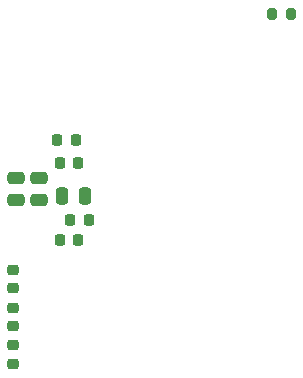
<source format=gbr>
%TF.GenerationSoftware,KiCad,Pcbnew,8.0.5*%
%TF.CreationDate,2024-12-30T22:32:32+01:00*%
%TF.ProjectId,DigitalAudioProcessor,44696769-7461-46c4-9175-64696f50726f,rev?*%
%TF.SameCoordinates,Original*%
%TF.FileFunction,Paste,Bot*%
%TF.FilePolarity,Positive*%
%FSLAX46Y46*%
G04 Gerber Fmt 4.6, Leading zero omitted, Abs format (unit mm)*
G04 Created by KiCad (PCBNEW 8.0.5) date 2024-12-30 22:32:32*
%MOMM*%
%LPD*%
G01*
G04 APERTURE LIST*
G04 Aperture macros list*
%AMRoundRect*
0 Rectangle with rounded corners*
0 $1 Rounding radius*
0 $2 $3 $4 $5 $6 $7 $8 $9 X,Y pos of 4 corners*
0 Add a 4 corners polygon primitive as box body*
4,1,4,$2,$3,$4,$5,$6,$7,$8,$9,$2,$3,0*
0 Add four circle primitives for the rounded corners*
1,1,$1+$1,$2,$3*
1,1,$1+$1,$4,$5*
1,1,$1+$1,$6,$7*
1,1,$1+$1,$8,$9*
0 Add four rect primitives between the rounded corners*
20,1,$1+$1,$2,$3,$4,$5,0*
20,1,$1+$1,$4,$5,$6,$7,0*
20,1,$1+$1,$6,$7,$8,$9,0*
20,1,$1+$1,$8,$9,$2,$3,0*%
G04 Aperture macros list end*
%ADD10RoundRect,0.200000X-0.200000X-0.275000X0.200000X-0.275000X0.200000X0.275000X-0.200000X0.275000X0*%
%ADD11RoundRect,0.218750X-0.256250X0.218750X-0.256250X-0.218750X0.256250X-0.218750X0.256250X0.218750X0*%
%ADD12RoundRect,0.250000X0.475000X-0.250000X0.475000X0.250000X-0.475000X0.250000X-0.475000X-0.250000X0*%
%ADD13RoundRect,0.225000X0.250000X-0.225000X0.250000X0.225000X-0.250000X0.225000X-0.250000X-0.225000X0*%
%ADD14RoundRect,0.225000X-0.225000X-0.250000X0.225000X-0.250000X0.225000X0.250000X-0.225000X0.250000X0*%
%ADD15RoundRect,0.250000X0.250000X0.475000X-0.250000X0.475000X-0.250000X-0.475000X0.250000X-0.475000X0*%
%ADD16RoundRect,0.225000X0.225000X0.250000X-0.225000X0.250000X-0.225000X-0.250000X0.225000X-0.250000X0*%
G04 APERTURE END LIST*
D10*
%TO.C,R1*%
X162075000Y-82800000D03*
X163725000Y-82800000D03*
%TD*%
D11*
%TO.C,FB1*%
X140200000Y-104412500D03*
X140200000Y-105987500D03*
%TD*%
D12*
%TO.C,C17*%
X140400000Y-98550000D03*
X140400000Y-96650000D03*
%TD*%
%TO.C,C16*%
X142400000Y-98550000D03*
X142400000Y-96650000D03*
%TD*%
D13*
%TO.C,C15*%
X140200000Y-109175000D03*
X140200000Y-107625000D03*
%TD*%
%TO.C,C14*%
X140200000Y-112375000D03*
X140200000Y-110825000D03*
%TD*%
D14*
%TO.C,C13*%
X145025000Y-100200000D03*
X146575000Y-100200000D03*
%TD*%
D15*
%TO.C,C6*%
X146250000Y-98200000D03*
X144350000Y-98200000D03*
%TD*%
D16*
%TO.C,C5*%
X145675000Y-101900000D03*
X144125000Y-101900000D03*
%TD*%
D14*
%TO.C,C2*%
X143925000Y-93400000D03*
X145475000Y-93400000D03*
%TD*%
D16*
%TO.C,C1*%
X145675000Y-95400000D03*
X144125000Y-95400000D03*
%TD*%
M02*

</source>
